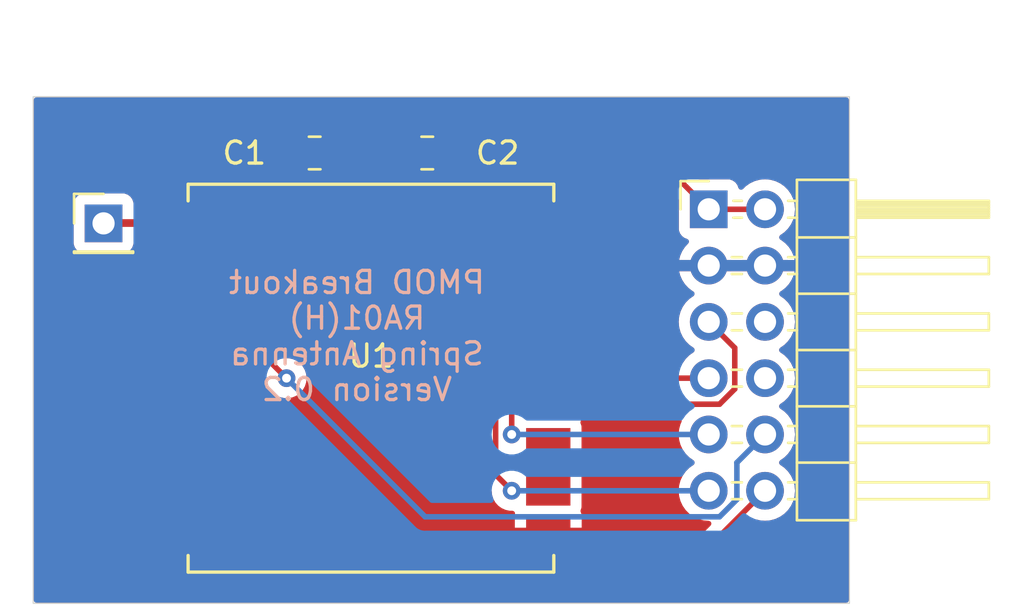
<source format=kicad_pcb>
(kicad_pcb (version 20221018) (generator pcbnew)
  (layers (0 "F.Cu" signal) (31 "B.Cu" signal) (34 "B.Paste" user) (35 "F.Paste" user) (36 "B.SilkS" user "B.Silkscreen") (37 "F.SilkS" user "F.Silkscreen") (38 "B.Mask" user) (39 "F.Mask" user) (44 "Edge.Cuts" user))
  (net 0 "")
  (net 1 "GND")
  (net 2 "DIO0")
  (net 3 "nRESET")
  (net 4 "nCS")
  (net 5 "SCK")
  (net 6 "MOSI")
  (net 7 "MISO")
  (net 8 "VCC")
  (net 11 "Net-(J2-Pin_1)")
  (footprint "Connector_PinHeader_2.54mm:PinHeader_2x06_P2.54mm_Horizontal" (layer "F.Cu") (at 149.86 43.18)
    (fp_text reference "J1" hide)
    (fp_text value "Conn_02x06_Odd_Even")
    (fp_line (start -1.27 -1.27) (end 0 -1.27) (stroke (width 0.12)) (layer "F.SilkS"))
    (fp_line (start -1.27 0) (end -1.27 -1.27) (stroke (width 0.12)) (layer "F.SilkS"))
    (fp_line (start 1.042929 2.16) (end 1.497071 2.16) (stroke (width 0.12)) (layer "F.SilkS"))
    (fp_line (start 1.042929 2.92) (end 1.497071 2.92) (stroke (width 0.12)) (layer "F.SilkS"))
    (fp_line (start 1.042929 4.7) (end 1.497071 4.7) (stroke (width 0.12)) (layer "F.SilkS"))
    (fp_line (start 1.042929 5.46) (end 1.497071 5.46) (stroke (width 0.12)) (layer "F.SilkS"))
    (fp_line (start 1.042929 7.24) (end 1.497071 7.24) (stroke (width 0.12)) (layer "F.SilkS"))
    (fp_line (start 1.042929 8) (end 1.497071 8) (stroke (width 0.12)) (layer "F.SilkS"))
    (fp_line (start 1.042929 9.78) (end 1.497071 9.78) (stroke (width 0.12)) (layer "F.SilkS"))
    (fp_line (start 1.042929 10.54) (end 1.497071 10.54) (stroke (width 0.12)) (layer "F.SilkS"))
    (fp_line (start 1.042929 12.32) (end 1.497071 12.32) (stroke (width 0.12)) (layer "F.SilkS"))
    (fp_line (start 1.042929 13.08) (end 1.497071 13.08) (stroke (width 0.12)) (layer "F.SilkS"))
    (fp_line (start 1.11 -0.38) (end 1.497071 -0.38) (stroke (width 0.12)) (layer "F.SilkS"))
    (fp_line (start 1.11 0.38) (end 1.497071 0.38) (stroke (width 0.12)) (layer "F.SilkS"))
    (fp_line (start 3.582929 -0.38) (end 3.98 -0.38) (stroke (width 0.12)) (layer "F.SilkS"))
    (fp_line (start 3.582929 0.38) (end 3.98 0.38) (stroke (width 0.12)) (layer "F.SilkS"))
    (fp_line (start 3.582929 2.16) (end 3.98 2.16) (stroke (width 0.12)) (layer "F.SilkS"))
    (fp_line (start 3.582929 2.92) (end 3.98 2.92) (stroke (width 0.12)) (layer "F.SilkS"))
    (fp_line (start 3.582929 4.7) (end 3.98 4.7) (stroke (width 0.12)) (layer "F.SilkS"))
    (fp_line (start 3.582929 5.46) (end 3.98 5.46) (stroke (width 0.12)) (layer "F.SilkS"))
    (fp_line (start 3.582929 7.24) (end 3.98 7.24) (stroke (width 0.12)) (layer "F.SilkS"))
    (fp_line (start 3.582929 8) (end 3.98 8) (stroke (width 0.12)) (layer "F.SilkS"))
    (fp_line (start 3.582929 9.78) (end 3.98 9.78) (stroke (width 0.12)) (layer "F.SilkS"))
    (fp_line (start 3.582929 10.54) (end 3.98 10.54) (stroke (width 0.12)) (layer "F.SilkS"))
    (fp_line (start 3.582929 12.32) (end 3.98 12.32) (stroke (width 0.12)) (layer "F.SilkS"))
    (fp_line (start 3.582929 13.08) (end 3.98 13.08) (stroke (width 0.12)) (layer "F.SilkS"))
    (fp_line (start 3.98 -1.33) (end 3.98 14.03) (stroke (width 0.12)) (layer "F.SilkS"))
    (fp_line (start 3.98 1.27) (end 6.64 1.27) (stroke (width 0.12)) (layer "F.SilkS"))
    (fp_line (start 3.98 3.81) (end 6.64 3.81) (stroke (width 0.12)) (layer "F.SilkS"))
    (fp_line (start 3.98 6.35) (end 6.64 6.35) (stroke (width 0.12)) (layer "F.SilkS"))
    (fp_line (start 3.98 8.89) (end 6.64 8.89) (stroke (width 0.12)) (layer "F.SilkS"))
    (fp_line (start 3.98 11.43) (end 6.64 11.43) (stroke (width 0.12)) (layer "F.SilkS"))
    (fp_line (start 3.98 14.03) (end 6.64 14.03) (stroke (width 0.12)) (layer "F.SilkS"))
    (fp_line (start 6.64 -1.33) (end 3.98 -1.33) (stroke (width 0.12)) (layer "F.SilkS"))
    (fp_line (start 6.64 -0.38) (end 12.64 -0.38) (stroke (width 0.12)) (layer "F.SilkS"))
    (fp_line (start 6.64 -0.32) (end 12.64 -0.32) (stroke (width 0.12)) (layer "F.SilkS"))
    (fp_line (start 6.64 -0.2) (end 12.64 -0.2) (stroke (width 0.12)) (layer "F.SilkS"))
    (fp_line (start 6.64 -0.08) (end 12.64 -0.08) (stroke (width 0.12)) (layer "F.SilkS"))
    (fp_line (start 6.64 0.04) (end 12.64 0.04) (stroke (width 0.12)) (layer "F.SilkS"))
    (fp_line (start 6.64 0.16) (end 12.64 0.16) (stroke (width 0.12)) (layer "F.SilkS"))
    (fp_line (start 6.64 0.28) (end 12.64 0.28) (stroke (width 0.12)) (layer "F.SilkS"))
    (fp_line (start 6.64 2.16) (end 12.64 2.16) (stroke (width 0.12)) (layer "F.SilkS"))
    (fp_line (start 6.64 4.7) (end 12.64 4.7) (stroke (width 0.12)) (layer "F.SilkS"))
    (fp_line (start 6.64 7.24) (end 12.64 7.24) (stroke (width 0.12)) (layer "F.SilkS"))
    (fp_line (start 6.64 9.78) (end 12.64 9.78) (stroke (width 0.12)) (layer "F.SilkS"))
    (fp_line (start 6.64 12.32) (end 12.64 12.32) (stroke (width 0.12)) (layer "F.SilkS"))
    (fp_line (start 6.64 14.03) (end 6.64 -1.33) (stroke (width 0.12)) (layer "F.SilkS"))
    (fp_line (start 12.64 -0.38) (end 12.64 0.38) (stroke (width 0.12)) (layer "F.SilkS"))
    (fp_line (start 12.64 0.38) (end 6.64 0.38) (stroke (width 0.12)) (layer "F.SilkS"))
    (fp_line (start 12.64 2.16) (end 12.64 2.92) (stroke (width 0.12)) (layer "F.SilkS"))
    (fp_line (start 12.64 2.92) (end 6.64 2.92) (stroke (width 0.12)) (layer "F.SilkS"))
    (fp_line (start 12.64 4.7) (end 12.64 5.46) (stroke (width 0.12)) (layer "F.SilkS"))
    (fp_line (start 12.64 5.46) (end 6.64 5.46) (stroke (width 0.12)) (layer "F.SilkS"))
    (fp_line (start 12.64 7.24) (end 12.64 8) (stroke (width 0.12)) (layer "F.SilkS"))
    (fp_line (start 12.64 8) (end 6.64 8) (stroke (width 0.12)) (layer "F.SilkS"))
    (fp_line (start 12.64 9.78) (end 12.64 10.54) (stroke (width 0.12)) (layer "F.SilkS"))
    (fp_line (start 12.64 10.54) (end 6.64 10.54) (stroke (width 0.12)) (layer "F.SilkS"))
    (fp_line (start 12.64 12.32) (end 12.64 13.08) (stroke (width 0.12)) (layer "F.SilkS"))
    (fp_line (start 12.64 13.08) (end 6.64 13.08) (stroke (width 0.12)) (layer "F.SilkS"))
    (pad "1" thru_hole rect (at 0 0) (size 1.7 1.7) (drill 1) (layers "*.Cu" "*.Mask") (net 8 "VCC"))
    (pad "2" thru_hole oval (at 2.54 0) (size 1.7 1.7) (drill 1) (layers "*.Cu" "*.Mask") (net 8 "VCC"))
    (pad "3" thru_hole oval (at 0 2.54) (size 1.7 1.7) (drill 1) (layers "*.Cu" "*.Mask") (net 1 "GND"))
    (pad "4" thru_hole oval (at 2.54 2.54) (size 1.7 1.7) (drill 1) (layers "*.Cu" "*.Mask") (net 1 "GND"))
    (pad "5" thru_hole oval (at 0 5.08) (size 1.7 1.7) (drill 1) (layers "*.Cu" "*.Mask") (net 5 "SCK"))
    (pad "6" thru_hole oval (at 2.54 5.08) (size 1.7 1.7) (drill 1) (layers "*.Cu" "*.Mask"))
    (pad "7" thru_hole oval (at 0 7.62) (size 1.7 1.7) (drill 1) (layers "*.Cu" "*.Mask") (net 7 "MISO"))
    (pad "8" thru_hole oval (at 2.54 7.62) (size 1.7 1.7) (drill 1) (layers "*.Cu" "*.Mask"))
    (pad "9" thru_hole oval (at 0 10.16) (size 1.7 1.7) (drill 1) (layers "*.Cu" "*.Mask") (net 6 "MOSI"))
    (pad "10" thru_hole oval (at 2.54 10.16) (size 1.7 1.7) (drill 1) (layers "*.Cu" "*.Mask") (net 3 "nRESET"))
    (pad "11" thru_hole oval (at 0 12.7) (size 1.7 1.7) (drill 1) (layers "*.Cu" "*.Mask") (net 4 "nCS"))
    (pad "12" thru_hole oval (at 2.54 12.7) (size 1.7 1.7) (drill 1) (layers "*.Cu" "*.Mask") (net 2 "DIO0"))
  )
  (footprint "Capacitor_SMD:C_0805_2012Metric_Pad1.18x1.45mm_HandSolder" (layer "F.Cu") (at 132.08 40.64 180)
    (fp_text reference "C1" (at 3.175 0) (layer "F.SilkS"))
    (fp_text value "C_Small")
    (fp_line (start -0.261252 -0.735) (end 0.261252 -0.735) (stroke (width 0.12)) (layer "F.SilkS"))
    (fp_line (start -0.261252 0.735) (end 0.261252 0.735) (stroke (width 0.12)) (layer "F.SilkS"))
    (pad "1" smd roundrect (at -1.0375 0 180) (size 1.175 1.45) (layers "F.Cu" "F.Paste" "F.Mask") (roundrect_rratio 0.2127659574) (net 8 "VCC"))
    (pad "2" smd roundrect (at 1.0375 0 180) (size 1.175 1.45) (layers "F.Cu" "F.Paste" "F.Mask") (roundrect_rratio 0.2127659574) (net 1 "GND"))
  )
  (footprint "RF_Module:Ai-Thinker-Ra-01-LoRa" (layer "F.Cu") (at 134.62 50.8)
    (fp_text reference "U1" (at 0 -1) (layer "F.SilkS"))
    (fp_text value "Ai-Thinker-Ra-01")
    (fp_line (start -8.25 -8.75) (end 8.25 -8.75) (stroke (width 0.15)) (layer "F.SilkS"))
    (fp_line (start -8.25 -8) (end -8.25 -8.75) (stroke (width 0.15)) (layer "F.SilkS"))
    (fp_line (start -8.25 8) (end -8.25 8.75) (stroke (width 0.15)) (layer "F.SilkS"))
    (fp_line (start -8.25 8.75) (end 8.25 8.75) (stroke (width 0.15)) (layer "F.SilkS"))
    (fp_line (start 8.25 -8.75) (end 8.25 -8) (stroke (width 0.15)) (layer "F.SilkS"))
    (fp_line (start 8.25 8.75) (end 8.25 8) (stroke (width 0.15)) (layer "F.SilkS"))
    (pad "1" smd rect (at -8 -7) (size 2 1.5) (layers "F.Cu" "F.Paste" "F.Mask") (net 11 "Net-(J2-Pin_1)"))
    (pad "2" smd rect (at -8 -5) (size 2 1.5) (layers "F.Cu" "F.Paste" "F.Mask") (net 1 "GND"))
    (pad "3" smd rect (at -8 -3) (size 2 1.5) (layers "F.Cu" "F.Paste" "F.Mask") (net 8 "VCC"))
    (pad "4" smd rect (at -8 -1) (size 2 1.5) (layers "F.Cu" "F.Paste" "F.Mask") (net 3 "nRESET"))
    (pad "5" smd rect (at -8 1) (size 2 1.5) (layers "F.Cu" "F.Paste" "F.Mask") (net 2 "DIO0"))
    (pad "6" smd rect (at -8 3) (size 2 1.5) (layers "F.Cu" "F.Paste" "F.Mask"))
    (pad "7" smd rect (at -8 5) (size 2 1.5) (layers "F.Cu" "F.Paste" "F.Mask"))
    (pad "8" smd rect (at -8 7) (size 2 1.5) (layers "F.Cu" "F.Paste" "F.Mask"))
    (pad "9" smd rect (at 8 7) (size 2 1.5) (layers "F.Cu" "F.Paste" "F.Mask") (net 1 "GND"))
    (pad "10" smd rect (at 8 5) (size 2 1.5) (layers "F.Cu" "F.Paste" "F.Mask"))
    (pad "11" smd rect (at 8 3) (size 2 1.5) (layers "F.Cu" "F.Paste" "F.Mask"))
    (pad "12" smd rect (at 8 1) (size 2 1.5) (layers "F.Cu" "F.Paste" "F.Mask") (net 5 "SCK"))
    (pad "13" smd rect (at 8 -1) (size 2 1.5) (layers "F.Cu" "F.Paste" "F.Mask") (net 7 "MISO"))
    (pad "14" smd rect (at 8 -3) (size 2 1.5) (layers "F.Cu" "F.Paste" "F.Mask") (net 6 "MOSI"))
    (pad "15" smd rect (at 8 -5) (size 2 1.5) (layers "F.Cu" "F.Paste" "F.Mask") (net 4 "nCS"))
    (pad "16" smd rect (at 8 -7) (size 2 1.5) (layers "F.Cu" "F.Paste" "F.Mask") (net 1 "GND"))
  )
  (footprint "Capacitor_SMD:C_0805_2012Metric_Pad1.18x1.45mm_HandSolder" (layer "F.Cu") (at 137.16 40.64)
    (fp_text reference "C2" (at 3.175 0) (layer "F.SilkS"))
    (fp_text value "C_Small")
    (fp_line (start -0.261252 -0.735) (end 0.261252 -0.735) (stroke (width 0.12)) (layer "F.SilkS"))
    (fp_line (start -0.261252 0.735) (end 0.261252 0.735) (stroke (width 0.12)) (layer "F.SilkS"))
    (pad "1" smd roundrect (at -1.0375 0) (size 1.175 1.45) (layers "F.Cu" "F.Paste" "F.Mask") (roundrect_rratio 0.2127659574) (net 8 "VCC"))
    (pad "2" smd roundrect (at 1.0375 0) (size 1.175 1.45) (layers "F.Cu" "F.Paste" "F.Mask") (roundrect_rratio 0.2127659574) (net 1 "GND"))
  )
  (footprint "Connector_PinHeader_2.54mm:PinHeader_1x01_P2.54mm_Vertical" (layer "F.Cu") (at 122.555 43.815)
    (fp_text reference "J2" hide)
    (fp_text value "Conn_01x01")
    (fp_line (start -1.33 -1.33) (end 0 -1.33) (stroke (width 0.12)) (layer "F.SilkS"))
    (fp_line (start -1.33 0) (end -1.33 -1.33) (stroke (width 0.12)) (layer "F.SilkS"))
    (fp_line (start -1.33 1.27) (end -1.33 1.33) (stroke (width 0.12)) (layer "F.SilkS"))
    (fp_line (start -1.33 1.27) (end 1.33 1.27) (stroke (width 0.12)) (layer "F.SilkS"))
    (fp_line (start -1.33 1.33) (end 1.33 1.33) (stroke (width 0.12)) (layer "F.SilkS"))
    (fp_line (start 1.33 1.27) (end 1.33 1.33) (stroke (width 0.12)) (layer "F.SilkS"))
    (pad "1" thru_hole rect (at 0 0) (size 1.7 1.7) (drill 1) (layers "*.Cu" "*.Mask") (net 11 "Net-(J2-Pin_1)"))
  )
  (gr_rect (start 119.38 38.1) (end 156.21 60.96) (stroke (width 0.05)) (fill none) (layer "Edge.Cuts"))
  (gr_text "PMOD Breakout\nRA01(H)\nSpring Antenna\nVersion 0.2" (at 133.985 48.895) (layer "B.SilkS") (effects (font (size 1 1)) (justify mirror)))
  (segment (start 149.405 58.875) (end 136.345 58.875) (width 0.25) (layer "F.Cu") (net 2))
  (segment (start 152.4 55.88) (end 149.405 58.875) (width 0.25) (layer "F.Cu") (net 2))
  (segment (start 136.345 58.875) (end 129.27 51.8) (width 0.25) (layer "F.Cu") (net 2))
  (segment (start 129.27 51.8) (end 126.62 51.8) (width 0.25) (layer "F.Cu") (net 2))
  (segment (start 126.62 49.8) (end 129.81 49.8) (width 0.25) (layer "F.Cu") (net 3))
  (segment (start 129.81 49.8) (end 130.81 50.8) (width 0.25) (layer "F.Cu") (net 3))
  (via (at 130.81 50.8) (size 0.8) (drill 0.4) (layers "F.Cu" "B.Cu") (net 3))
  (segment (start 151.13 54.61) (end 152.4 53.34) (width 0.25) (layer "B.Cu") (net 3))
  (segment (start 151.13 56.271701) (end 151.13 54.61) (width 0.25) (layer "B.Cu") (net 3))
  (segment (start 130.81 50.8) (end 137.065 57.055) (width 0.25) (layer "B.Cu") (net 3))
  (segment (start 137.065 57.055) (end 150.346701 57.055) (width 0.25) (layer "B.Cu") (net 3))
  (segment (start 150.346701 57.055) (end 151.13 56.271701) (width 0.25) (layer "B.Cu") (net 3))
  (segment (start 141.05 45.8) (end 140.245 46.605) (width 0.25) (layer "F.Cu") (net 4))
  (segment (start 140.97 55.88) (end 140.245 55.155) (width 0.25) (layer "F.Cu") (net 4))
  (segment (start 141.05 45.8) (end 142.62 45.8) (width 0.25) (layer "F.Cu") (net 4))
  (segment (start 140.245 55.155) (end 140.245 47.715) (width 0.25) (layer "F.Cu") (net 4))
  (segment (start 140.245 46.605) (end 140.245 47.715) (width 0.25) (layer "F.Cu") (net 4))
  (via (at 140.97 55.88) (size 0.8) (drill 0.4) (layers "F.Cu" "B.Cu") (net 4))
  (segment (start 149.86 55.88) (end 140.97 55.88) (width 0.25) (layer "B.Cu") (net 4))
  (segment (start 142.62 51.8) (end 142.795 51.975) (width 0.25) (layer "F.Cu") (net 5))
  (segment (start 150.346701 51.975) (end 151.035 51.286701) (width 0.25) (layer "F.Cu") (net 5))
  (segment (start 151.035 51.286701) (end 151.035 49.435) (width 0.25) (layer "F.Cu") (net 5))
  (segment (start 142.795 51.975) (end 150.346701 51.975) (width 0.25) (layer "F.Cu") (net 5))
  (segment (start 151.035 49.435) (end 149.86 48.26) (width 0.25) (layer "F.Cu") (net 5))
  (segment (start 140.97 49.05) (end 142.22 47.8) (width 0.25) (layer "F.Cu") (net 6))
  (segment (start 140.97 53.34) (end 140.97 49.05) (width 0.25) (layer "F.Cu") (net 6))
  (segment (start 142.22 47.8) (end 142.62 47.8) (width 0.25) (layer "F.Cu") (net 6))
  (via (at 140.97 53.34) (size 0.8) (drill 0.4) (layers "F.Cu" "B.Cu") (net 6))
  (segment (start 149.86 53.34) (end 140.97 53.34) (width 0.25) (layer "B.Cu") (net 6))
  (segment (start 145.78 49.8) (end 142.62 49.8) (width 0.25) (layer "F.Cu") (net 7))
  (segment (start 149.86 50.8) (end 147.32 50.8) (width 0.25) (layer "F.Cu") (net 7))
  (segment (start 146.78 50.8) (end 147.32 50.8) (width 0.25) (layer "F.Cu") (net 7))
  (segment (start 145.78 49.8) (end 146.78 50.8) (width 0.25) (layer "F.Cu") (net 7))
  (segment (start 137.1725 41.69) (end 142.02 41.69) (width 0.25) (layer "F.Cu") (net 8))
  (segment (start 152.4 43.18) (end 149.86 43.18) (width 0.25) (layer "F.Cu") (net 8))
  (segment (start 133.1175 40.64) (end 133.1175 45.0325) (width 0.25) (layer "F.Cu") (net 8))
  (segment (start 133.1175 40.64) (end 136.1225 40.64) (width 0.25) (layer "F.Cu") (net 8))
  (segment (start 148.37 41.69) (end 142.02 41.69) (width 0.25) (layer "F.Cu") (net 8))
  (segment (start 136.1225 40.64) (end 137.1725 41.69) (width 0.25) (layer "F.Cu") (net 8))
  (segment (start 149.86 43.18) (end 148.37 41.69) (width 0.25) (layer "F.Cu") (net 8))
  (segment (start 126.62 47.8) (end 130.35 47.8) (width 0.25) (layer "F.Cu") (net 8))
  (segment (start 130.35 47.8) (end 132.89 45.26) (width 0.25) (layer "F.Cu") (net 8))
  (segment (start 126.62 47.8) (end 126.87 47.8) (width 0.25) (layer "F.Cu") (net 8))
  (segment (start 133.35 40.8725) (end 133.1175 40.64) (width 0.25) (layer "F.Cu") (net 8))
  (segment (start 133.1175 45.0325) (end 132.89 45.26) (width 0.25) (layer "F.Cu") (net 8))
  (segment (start 122.57 43.8) (end 122.555 43.815) (width 0.25) (layer "F.Cu") (net 11))
  (segment (start 126.62 43.8) (end 122.57 43.8) (width 0.35) (layer "F.Cu") (net 11))
  (zone (net 1) (net_name "GND") (layers "F&B.Cu") (connect_pads (clearance 0.5)) (min_thickness 0.254) (fill yes (thermal_gap 0.508) (thermal_bridge_width 0.508))
    (polygon (pts (xy 157.48 60.96) (xy 119.38 60.96) (xy 119.38 38.1) (xy 157.48 38.1)))
  )
)
</source>
